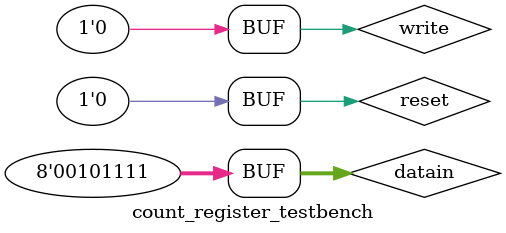
<source format=v>
module count_register_testbench;
    reg [7:0] datain;
    reg write=0, reset=0;
    wire [7:0] out;
    
    initial begin
        datain=8'd47;
        #5;
        
        write = 1;
        #1 write = 0;
        #5;
        
        reset = 1;
        #1 reset = 0;
        #10;
    
    end
    
    count_register CR (
        .databus(datain),
        .write(write), .reset(reset),
        .initial_count(out)
    );
endmodule
</source>
